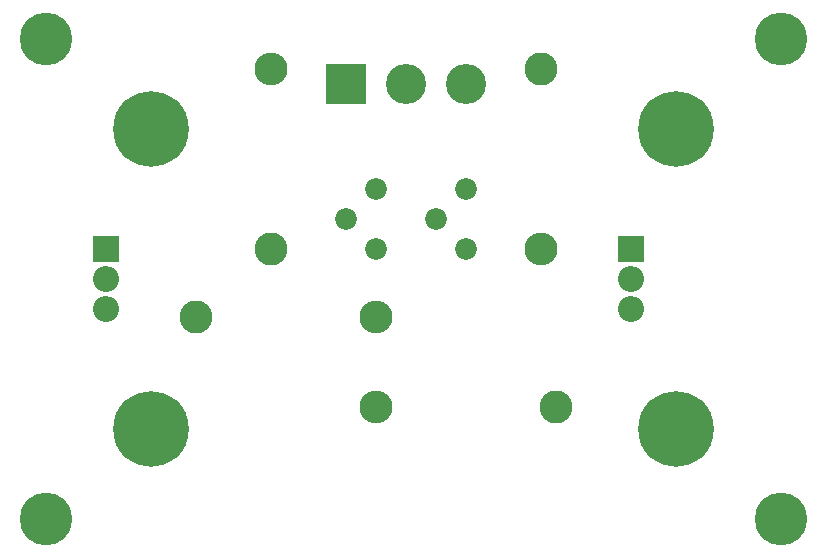
<source format=gbr>
G04 #@! TF.FileFunction,Soldermask,Bot*
%FSLAX46Y46*%
G04 Gerber Fmt 4.6, Leading zero omitted, Abs format (unit mm)*
G04 Created by KiCad (PCBNEW 4.0.7) date Tuesday, March 20, 2018 'PMt' 01:52:30 PM*
%MOMM*%
%LPD*%
G01*
G04 APERTURE LIST*
%ADD10C,0.100000*%
%ADD11C,6.399480*%
%ADD12C,1.840000*%
%ADD13R,3.400000X3.400000*%
%ADD14C,3.400000*%
%ADD15R,2.200000X2.200000*%
%ADD16O,2.200000X2.200000*%
%ADD17C,2.800000*%
%ADD18O,2.800000X2.800000*%
%ADD19C,4.464000*%
G04 APERTURE END LIST*
D10*
D11*
X124460000Y-100330000D03*
X124460000Y-125730000D03*
D12*
X151130000Y-105410000D03*
X148590000Y-107950000D03*
X151130000Y-110490000D03*
D13*
X140970000Y-96520000D03*
D14*
X146050000Y-96520000D03*
X151130000Y-96520000D03*
D15*
X120650000Y-110490000D03*
D16*
X120650000Y-113030000D03*
X120650000Y-115570000D03*
D15*
X165100000Y-110490000D03*
D16*
X165100000Y-113030000D03*
X165100000Y-115570000D03*
D17*
X134620000Y-110490000D03*
D18*
X134620000Y-95250000D03*
D17*
X128270000Y-116205000D03*
D18*
X143510000Y-116205000D03*
D17*
X157480000Y-95250000D03*
D18*
X157480000Y-110490000D03*
D17*
X158750000Y-123825000D03*
D18*
X143510000Y-123825000D03*
D12*
X143510000Y-105410000D03*
X140970000Y-107950000D03*
X143510000Y-110490000D03*
D19*
X177800000Y-92710000D03*
X115570000Y-92710000D03*
X177800000Y-133350000D03*
X115570000Y-133350000D03*
D11*
X168910000Y-100330000D03*
X168910000Y-125730000D03*
M02*

</source>
